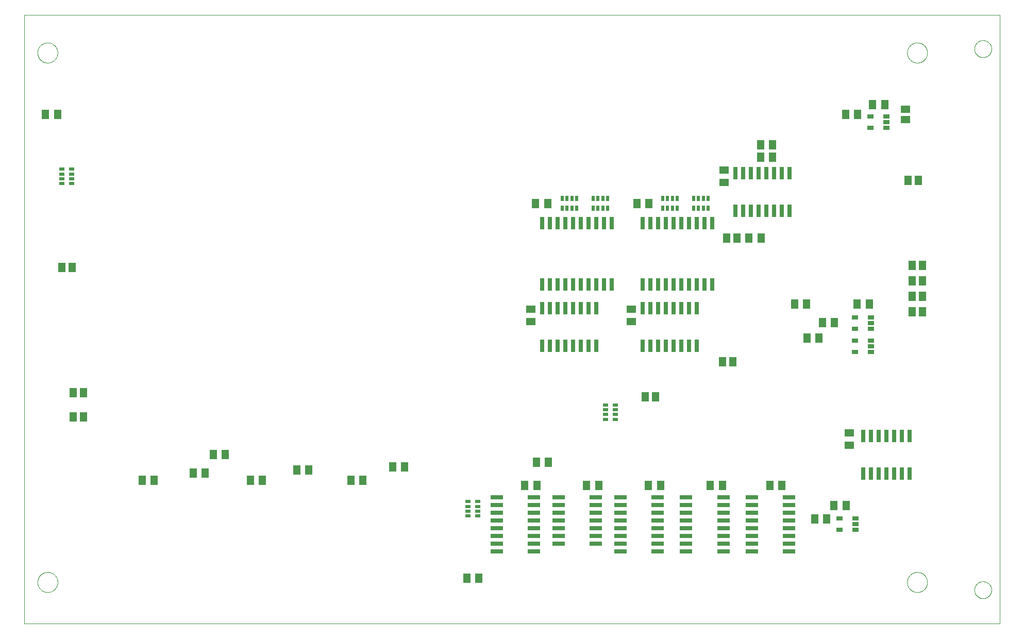
<source format=gtp>
G75*
%MOIN*%
%OFA0B0*%
%FSLAX25Y25*%
%IPPOS*%
%LPD*%
%AMOC8*
5,1,8,0,0,1.08239X$1,22.5*
%
%ADD10R,0.05118X0.05906*%
%ADD11R,0.05906X0.05118*%
%ADD12R,0.03898X0.02717*%
%ADD13R,0.05118X0.06299*%
%ADD14R,0.03543X0.01969*%
%ADD15R,0.02600X0.08000*%
%ADD16R,0.06299X0.05118*%
%ADD17R,0.01969X0.03543*%
%ADD18R,0.08000X0.02600*%
%ADD19C,0.00000*%
D10*
X0079987Y0208100D03*
X0086680Y0208100D03*
X0086680Y0223600D03*
X0079987Y0223600D03*
X0079180Y0304600D03*
X0072487Y0304600D03*
X0449987Y0221100D03*
X0456680Y0221100D03*
X0499987Y0243600D03*
X0506680Y0243600D03*
X0554593Y0259100D03*
X0562073Y0259100D03*
X0622487Y0276100D03*
X0629180Y0276100D03*
X0629180Y0286100D03*
X0622487Y0286100D03*
X0622487Y0296100D03*
X0629180Y0296100D03*
X0629180Y0306100D03*
X0622487Y0306100D03*
X0619987Y0361100D03*
X0626680Y0361100D03*
X0587073Y0403600D03*
X0579593Y0403600D03*
X0532073Y0384100D03*
X0524593Y0384100D03*
X0524593Y0376100D03*
X0532073Y0376100D03*
X0509180Y0323600D03*
X0502487Y0323600D03*
X0559593Y0142100D03*
X0567073Y0142100D03*
D11*
X0618333Y0400254D03*
X0618333Y0406946D03*
D12*
X0605912Y0402340D03*
X0605912Y0398600D03*
X0605912Y0394860D03*
X0595715Y0394860D03*
X0595715Y0402340D03*
X0595912Y0272340D03*
X0595912Y0268600D03*
X0595912Y0264860D03*
X0595912Y0257340D03*
X0595912Y0253600D03*
X0595912Y0249860D03*
X0585715Y0249860D03*
X0585715Y0257340D03*
X0585715Y0264860D03*
X0585715Y0272340D03*
X0585912Y0142340D03*
X0585912Y0138600D03*
X0585912Y0134860D03*
X0575715Y0134860D03*
X0575715Y0142340D03*
D13*
X0571896Y0150600D03*
X0579770Y0150600D03*
X0538270Y0163600D03*
X0530396Y0163600D03*
X0499770Y0163600D03*
X0491896Y0163600D03*
X0459770Y0163600D03*
X0451896Y0163600D03*
X0419770Y0163600D03*
X0411896Y0163600D03*
X0387270Y0178600D03*
X0379396Y0178600D03*
X0379770Y0163600D03*
X0371896Y0163600D03*
X0342270Y0103600D03*
X0334396Y0103600D03*
X0267270Y0167100D03*
X0259396Y0167100D03*
X0232270Y0173600D03*
X0224396Y0173600D03*
X0202270Y0167100D03*
X0194396Y0167100D03*
X0178270Y0183600D03*
X0170396Y0183600D03*
X0165270Y0171600D03*
X0157396Y0171600D03*
X0132270Y0167100D03*
X0124396Y0167100D03*
X0286396Y0175600D03*
X0294270Y0175600D03*
X0378896Y0346100D03*
X0386770Y0346100D03*
X0444396Y0346100D03*
X0452270Y0346100D03*
X0516896Y0323600D03*
X0524770Y0323600D03*
X0546396Y0281100D03*
X0554270Y0281100D03*
X0564396Y0269100D03*
X0572270Y0269100D03*
X0586896Y0281100D03*
X0594770Y0281100D03*
X0596896Y0410100D03*
X0604770Y0410100D03*
X0069770Y0403600D03*
X0061896Y0403600D03*
D14*
X0072684Y0368324D03*
X0072684Y0365175D03*
X0072684Y0362025D03*
X0072684Y0358876D03*
X0078983Y0358876D03*
X0078983Y0362025D03*
X0078983Y0365175D03*
X0078983Y0368324D03*
X0335184Y0153324D03*
X0335184Y0150175D03*
X0335184Y0147025D03*
X0335184Y0143876D03*
X0341483Y0143876D03*
X0341483Y0147025D03*
X0341483Y0150175D03*
X0341483Y0153324D03*
X0424184Y0206376D03*
X0424184Y0209525D03*
X0424184Y0212675D03*
X0424184Y0215824D03*
X0430483Y0215824D03*
X0430483Y0212675D03*
X0430483Y0209525D03*
X0430483Y0206376D03*
D15*
X0418333Y0254000D03*
X0413333Y0254000D03*
X0408333Y0254000D03*
X0403333Y0254000D03*
X0398333Y0254000D03*
X0393333Y0254000D03*
X0388333Y0254000D03*
X0383333Y0254000D03*
X0383333Y0278200D03*
X0388333Y0278200D03*
X0393333Y0278200D03*
X0398333Y0278200D03*
X0403333Y0278200D03*
X0408333Y0278200D03*
X0413333Y0278200D03*
X0418333Y0278200D03*
X0418333Y0293800D03*
X0413333Y0293800D03*
X0408333Y0293800D03*
X0403333Y0293800D03*
X0398333Y0293800D03*
X0393333Y0293800D03*
X0388333Y0293800D03*
X0383333Y0293800D03*
X0423333Y0293800D03*
X0428333Y0293800D03*
X0448333Y0293800D03*
X0453333Y0293800D03*
X0458333Y0293800D03*
X0463333Y0293800D03*
X0468333Y0293800D03*
X0473333Y0293800D03*
X0478333Y0293800D03*
X0483333Y0293800D03*
X0488333Y0293800D03*
X0493333Y0293800D03*
X0483333Y0278200D03*
X0478333Y0278200D03*
X0473333Y0278200D03*
X0468333Y0278200D03*
X0463333Y0278200D03*
X0458333Y0278200D03*
X0453333Y0278200D03*
X0448333Y0278200D03*
X0448333Y0254000D03*
X0453333Y0254000D03*
X0458333Y0254000D03*
X0463333Y0254000D03*
X0468333Y0254000D03*
X0473333Y0254000D03*
X0478333Y0254000D03*
X0483333Y0254000D03*
X0483333Y0333400D03*
X0478333Y0333400D03*
X0473333Y0333400D03*
X0468333Y0333400D03*
X0463333Y0333400D03*
X0458333Y0333400D03*
X0453333Y0333400D03*
X0448333Y0333400D03*
X0428333Y0333400D03*
X0423333Y0333400D03*
X0418333Y0333400D03*
X0413333Y0333400D03*
X0408333Y0333400D03*
X0403333Y0333400D03*
X0398333Y0333400D03*
X0393333Y0333400D03*
X0388333Y0333400D03*
X0383333Y0333400D03*
X0488333Y0333400D03*
X0493333Y0333400D03*
X0508333Y0341500D03*
X0513333Y0341500D03*
X0518333Y0341500D03*
X0523333Y0341500D03*
X0528333Y0341500D03*
X0533333Y0341500D03*
X0538333Y0341500D03*
X0543333Y0341500D03*
X0543333Y0365700D03*
X0538333Y0365700D03*
X0533333Y0365700D03*
X0528333Y0365700D03*
X0523333Y0365700D03*
X0518333Y0365700D03*
X0513333Y0365700D03*
X0508333Y0365700D03*
X0590833Y0195700D03*
X0595833Y0195700D03*
X0600833Y0195700D03*
X0605833Y0195700D03*
X0610833Y0195700D03*
X0615833Y0195700D03*
X0620833Y0195700D03*
X0620833Y0171500D03*
X0615833Y0171500D03*
X0610833Y0171500D03*
X0605833Y0171500D03*
X0600833Y0171500D03*
X0595833Y0171500D03*
X0590833Y0171500D03*
D16*
X0581833Y0189663D03*
X0581833Y0197537D03*
X0440833Y0269663D03*
X0440833Y0277537D03*
X0375833Y0277537D03*
X0375833Y0269663D03*
X0500833Y0359663D03*
X0500833Y0367537D03*
D17*
X0490558Y0349250D03*
X0487408Y0349250D03*
X0484259Y0349250D03*
X0481109Y0349250D03*
X0481109Y0342950D03*
X0484259Y0342950D03*
X0487408Y0342950D03*
X0490558Y0342950D03*
X0470558Y0342950D03*
X0467408Y0342950D03*
X0464259Y0342950D03*
X0461109Y0342950D03*
X0461109Y0349250D03*
X0464259Y0349250D03*
X0467408Y0349250D03*
X0470558Y0349250D03*
X0425558Y0349250D03*
X0422408Y0349250D03*
X0419259Y0349250D03*
X0416109Y0349250D03*
X0416109Y0342950D03*
X0419259Y0342950D03*
X0422408Y0342950D03*
X0425558Y0342950D03*
X0405558Y0342950D03*
X0402408Y0342950D03*
X0399259Y0342950D03*
X0396109Y0342950D03*
X0396109Y0349250D03*
X0399259Y0349250D03*
X0402408Y0349250D03*
X0405558Y0349250D03*
D18*
X0393733Y0156100D03*
X0393733Y0151100D03*
X0393733Y0146100D03*
X0393733Y0141100D03*
X0393733Y0136100D03*
X0393733Y0131100D03*
X0393733Y0126100D03*
X0377933Y0126100D03*
X0377933Y0121100D03*
X0377933Y0131100D03*
X0377933Y0136100D03*
X0377933Y0141100D03*
X0377933Y0146100D03*
X0377933Y0151100D03*
X0377933Y0156100D03*
X0353733Y0156100D03*
X0353733Y0151100D03*
X0353733Y0146100D03*
X0353733Y0141100D03*
X0353733Y0136100D03*
X0353733Y0131100D03*
X0353733Y0126100D03*
X0353733Y0121100D03*
X0417933Y0126100D03*
X0417933Y0131100D03*
X0417933Y0136100D03*
X0417933Y0141100D03*
X0417933Y0146100D03*
X0417933Y0151100D03*
X0417933Y0156100D03*
X0433733Y0156100D03*
X0433733Y0151100D03*
X0433733Y0146100D03*
X0433733Y0141100D03*
X0433733Y0136100D03*
X0433733Y0131100D03*
X0433733Y0126100D03*
X0433733Y0121100D03*
X0457933Y0121100D03*
X0457933Y0126100D03*
X0457933Y0131100D03*
X0457933Y0136100D03*
X0457933Y0141100D03*
X0457933Y0146100D03*
X0457933Y0151100D03*
X0457933Y0156100D03*
X0476233Y0156100D03*
X0476233Y0151100D03*
X0476233Y0146100D03*
X0476233Y0141100D03*
X0476233Y0136100D03*
X0476233Y0131100D03*
X0476233Y0126100D03*
X0476233Y0121100D03*
X0500433Y0121100D03*
X0500433Y0126100D03*
X0500433Y0131100D03*
X0500433Y0136100D03*
X0500433Y0141100D03*
X0500433Y0146100D03*
X0500433Y0151100D03*
X0500433Y0156100D03*
X0518733Y0156100D03*
X0518733Y0151100D03*
X0518733Y0146100D03*
X0518733Y0141100D03*
X0518733Y0136100D03*
X0518733Y0131100D03*
X0518733Y0126100D03*
X0518733Y0121100D03*
X0542933Y0121100D03*
X0542933Y0126100D03*
X0542933Y0131100D03*
X0542933Y0136100D03*
X0542933Y0141100D03*
X0542933Y0146100D03*
X0542933Y0151100D03*
X0542933Y0156100D03*
D19*
X0048333Y0074200D02*
X0048333Y0468000D01*
X0679333Y0468000D01*
X0679333Y0074200D01*
X0048333Y0074200D01*
X0056833Y0101100D02*
X0056835Y0101261D01*
X0056841Y0101421D01*
X0056851Y0101582D01*
X0056865Y0101742D01*
X0056883Y0101902D01*
X0056904Y0102061D01*
X0056930Y0102220D01*
X0056960Y0102378D01*
X0056993Y0102535D01*
X0057031Y0102692D01*
X0057072Y0102847D01*
X0057117Y0103001D01*
X0057166Y0103154D01*
X0057219Y0103306D01*
X0057275Y0103457D01*
X0057336Y0103606D01*
X0057399Y0103754D01*
X0057467Y0103900D01*
X0057538Y0104044D01*
X0057612Y0104186D01*
X0057690Y0104327D01*
X0057772Y0104465D01*
X0057857Y0104602D01*
X0057945Y0104736D01*
X0058037Y0104868D01*
X0058132Y0104998D01*
X0058230Y0105126D01*
X0058331Y0105251D01*
X0058435Y0105373D01*
X0058542Y0105493D01*
X0058652Y0105610D01*
X0058765Y0105725D01*
X0058881Y0105836D01*
X0059000Y0105945D01*
X0059121Y0106050D01*
X0059245Y0106153D01*
X0059371Y0106253D01*
X0059499Y0106349D01*
X0059630Y0106442D01*
X0059764Y0106532D01*
X0059899Y0106619D01*
X0060037Y0106702D01*
X0060176Y0106782D01*
X0060318Y0106858D01*
X0060461Y0106931D01*
X0060606Y0107000D01*
X0060753Y0107066D01*
X0060901Y0107128D01*
X0061051Y0107186D01*
X0061202Y0107241D01*
X0061355Y0107292D01*
X0061509Y0107339D01*
X0061664Y0107382D01*
X0061820Y0107421D01*
X0061976Y0107457D01*
X0062134Y0107488D01*
X0062292Y0107516D01*
X0062451Y0107540D01*
X0062611Y0107560D01*
X0062771Y0107576D01*
X0062931Y0107588D01*
X0063092Y0107596D01*
X0063253Y0107600D01*
X0063413Y0107600D01*
X0063574Y0107596D01*
X0063735Y0107588D01*
X0063895Y0107576D01*
X0064055Y0107560D01*
X0064215Y0107540D01*
X0064374Y0107516D01*
X0064532Y0107488D01*
X0064690Y0107457D01*
X0064846Y0107421D01*
X0065002Y0107382D01*
X0065157Y0107339D01*
X0065311Y0107292D01*
X0065464Y0107241D01*
X0065615Y0107186D01*
X0065765Y0107128D01*
X0065913Y0107066D01*
X0066060Y0107000D01*
X0066205Y0106931D01*
X0066348Y0106858D01*
X0066490Y0106782D01*
X0066629Y0106702D01*
X0066767Y0106619D01*
X0066902Y0106532D01*
X0067036Y0106442D01*
X0067167Y0106349D01*
X0067295Y0106253D01*
X0067421Y0106153D01*
X0067545Y0106050D01*
X0067666Y0105945D01*
X0067785Y0105836D01*
X0067901Y0105725D01*
X0068014Y0105610D01*
X0068124Y0105493D01*
X0068231Y0105373D01*
X0068335Y0105251D01*
X0068436Y0105126D01*
X0068534Y0104998D01*
X0068629Y0104868D01*
X0068721Y0104736D01*
X0068809Y0104602D01*
X0068894Y0104465D01*
X0068976Y0104327D01*
X0069054Y0104186D01*
X0069128Y0104044D01*
X0069199Y0103900D01*
X0069267Y0103754D01*
X0069330Y0103606D01*
X0069391Y0103457D01*
X0069447Y0103306D01*
X0069500Y0103154D01*
X0069549Y0103001D01*
X0069594Y0102847D01*
X0069635Y0102692D01*
X0069673Y0102535D01*
X0069706Y0102378D01*
X0069736Y0102220D01*
X0069762Y0102061D01*
X0069783Y0101902D01*
X0069801Y0101742D01*
X0069815Y0101582D01*
X0069825Y0101421D01*
X0069831Y0101261D01*
X0069833Y0101100D01*
X0069831Y0100939D01*
X0069825Y0100779D01*
X0069815Y0100618D01*
X0069801Y0100458D01*
X0069783Y0100298D01*
X0069762Y0100139D01*
X0069736Y0099980D01*
X0069706Y0099822D01*
X0069673Y0099665D01*
X0069635Y0099508D01*
X0069594Y0099353D01*
X0069549Y0099199D01*
X0069500Y0099046D01*
X0069447Y0098894D01*
X0069391Y0098743D01*
X0069330Y0098594D01*
X0069267Y0098446D01*
X0069199Y0098300D01*
X0069128Y0098156D01*
X0069054Y0098014D01*
X0068976Y0097873D01*
X0068894Y0097735D01*
X0068809Y0097598D01*
X0068721Y0097464D01*
X0068629Y0097332D01*
X0068534Y0097202D01*
X0068436Y0097074D01*
X0068335Y0096949D01*
X0068231Y0096827D01*
X0068124Y0096707D01*
X0068014Y0096590D01*
X0067901Y0096475D01*
X0067785Y0096364D01*
X0067666Y0096255D01*
X0067545Y0096150D01*
X0067421Y0096047D01*
X0067295Y0095947D01*
X0067167Y0095851D01*
X0067036Y0095758D01*
X0066902Y0095668D01*
X0066767Y0095581D01*
X0066629Y0095498D01*
X0066490Y0095418D01*
X0066348Y0095342D01*
X0066205Y0095269D01*
X0066060Y0095200D01*
X0065913Y0095134D01*
X0065765Y0095072D01*
X0065615Y0095014D01*
X0065464Y0094959D01*
X0065311Y0094908D01*
X0065157Y0094861D01*
X0065002Y0094818D01*
X0064846Y0094779D01*
X0064690Y0094743D01*
X0064532Y0094712D01*
X0064374Y0094684D01*
X0064215Y0094660D01*
X0064055Y0094640D01*
X0063895Y0094624D01*
X0063735Y0094612D01*
X0063574Y0094604D01*
X0063413Y0094600D01*
X0063253Y0094600D01*
X0063092Y0094604D01*
X0062931Y0094612D01*
X0062771Y0094624D01*
X0062611Y0094640D01*
X0062451Y0094660D01*
X0062292Y0094684D01*
X0062134Y0094712D01*
X0061976Y0094743D01*
X0061820Y0094779D01*
X0061664Y0094818D01*
X0061509Y0094861D01*
X0061355Y0094908D01*
X0061202Y0094959D01*
X0061051Y0095014D01*
X0060901Y0095072D01*
X0060753Y0095134D01*
X0060606Y0095200D01*
X0060461Y0095269D01*
X0060318Y0095342D01*
X0060176Y0095418D01*
X0060037Y0095498D01*
X0059899Y0095581D01*
X0059764Y0095668D01*
X0059630Y0095758D01*
X0059499Y0095851D01*
X0059371Y0095947D01*
X0059245Y0096047D01*
X0059121Y0096150D01*
X0059000Y0096255D01*
X0058881Y0096364D01*
X0058765Y0096475D01*
X0058652Y0096590D01*
X0058542Y0096707D01*
X0058435Y0096827D01*
X0058331Y0096949D01*
X0058230Y0097074D01*
X0058132Y0097202D01*
X0058037Y0097332D01*
X0057945Y0097464D01*
X0057857Y0097598D01*
X0057772Y0097735D01*
X0057690Y0097873D01*
X0057612Y0098014D01*
X0057538Y0098156D01*
X0057467Y0098300D01*
X0057399Y0098446D01*
X0057336Y0098594D01*
X0057275Y0098743D01*
X0057219Y0098894D01*
X0057166Y0099046D01*
X0057117Y0099199D01*
X0057072Y0099353D01*
X0057031Y0099508D01*
X0056993Y0099665D01*
X0056960Y0099822D01*
X0056930Y0099980D01*
X0056904Y0100139D01*
X0056883Y0100298D01*
X0056865Y0100458D01*
X0056851Y0100618D01*
X0056841Y0100779D01*
X0056835Y0100939D01*
X0056833Y0101100D01*
X0056833Y0443600D02*
X0056835Y0443761D01*
X0056841Y0443921D01*
X0056851Y0444082D01*
X0056865Y0444242D01*
X0056883Y0444402D01*
X0056904Y0444561D01*
X0056930Y0444720D01*
X0056960Y0444878D01*
X0056993Y0445035D01*
X0057031Y0445192D01*
X0057072Y0445347D01*
X0057117Y0445501D01*
X0057166Y0445654D01*
X0057219Y0445806D01*
X0057275Y0445957D01*
X0057336Y0446106D01*
X0057399Y0446254D01*
X0057467Y0446400D01*
X0057538Y0446544D01*
X0057612Y0446686D01*
X0057690Y0446827D01*
X0057772Y0446965D01*
X0057857Y0447102D01*
X0057945Y0447236D01*
X0058037Y0447368D01*
X0058132Y0447498D01*
X0058230Y0447626D01*
X0058331Y0447751D01*
X0058435Y0447873D01*
X0058542Y0447993D01*
X0058652Y0448110D01*
X0058765Y0448225D01*
X0058881Y0448336D01*
X0059000Y0448445D01*
X0059121Y0448550D01*
X0059245Y0448653D01*
X0059371Y0448753D01*
X0059499Y0448849D01*
X0059630Y0448942D01*
X0059764Y0449032D01*
X0059899Y0449119D01*
X0060037Y0449202D01*
X0060176Y0449282D01*
X0060318Y0449358D01*
X0060461Y0449431D01*
X0060606Y0449500D01*
X0060753Y0449566D01*
X0060901Y0449628D01*
X0061051Y0449686D01*
X0061202Y0449741D01*
X0061355Y0449792D01*
X0061509Y0449839D01*
X0061664Y0449882D01*
X0061820Y0449921D01*
X0061976Y0449957D01*
X0062134Y0449988D01*
X0062292Y0450016D01*
X0062451Y0450040D01*
X0062611Y0450060D01*
X0062771Y0450076D01*
X0062931Y0450088D01*
X0063092Y0450096D01*
X0063253Y0450100D01*
X0063413Y0450100D01*
X0063574Y0450096D01*
X0063735Y0450088D01*
X0063895Y0450076D01*
X0064055Y0450060D01*
X0064215Y0450040D01*
X0064374Y0450016D01*
X0064532Y0449988D01*
X0064690Y0449957D01*
X0064846Y0449921D01*
X0065002Y0449882D01*
X0065157Y0449839D01*
X0065311Y0449792D01*
X0065464Y0449741D01*
X0065615Y0449686D01*
X0065765Y0449628D01*
X0065913Y0449566D01*
X0066060Y0449500D01*
X0066205Y0449431D01*
X0066348Y0449358D01*
X0066490Y0449282D01*
X0066629Y0449202D01*
X0066767Y0449119D01*
X0066902Y0449032D01*
X0067036Y0448942D01*
X0067167Y0448849D01*
X0067295Y0448753D01*
X0067421Y0448653D01*
X0067545Y0448550D01*
X0067666Y0448445D01*
X0067785Y0448336D01*
X0067901Y0448225D01*
X0068014Y0448110D01*
X0068124Y0447993D01*
X0068231Y0447873D01*
X0068335Y0447751D01*
X0068436Y0447626D01*
X0068534Y0447498D01*
X0068629Y0447368D01*
X0068721Y0447236D01*
X0068809Y0447102D01*
X0068894Y0446965D01*
X0068976Y0446827D01*
X0069054Y0446686D01*
X0069128Y0446544D01*
X0069199Y0446400D01*
X0069267Y0446254D01*
X0069330Y0446106D01*
X0069391Y0445957D01*
X0069447Y0445806D01*
X0069500Y0445654D01*
X0069549Y0445501D01*
X0069594Y0445347D01*
X0069635Y0445192D01*
X0069673Y0445035D01*
X0069706Y0444878D01*
X0069736Y0444720D01*
X0069762Y0444561D01*
X0069783Y0444402D01*
X0069801Y0444242D01*
X0069815Y0444082D01*
X0069825Y0443921D01*
X0069831Y0443761D01*
X0069833Y0443600D01*
X0069831Y0443439D01*
X0069825Y0443279D01*
X0069815Y0443118D01*
X0069801Y0442958D01*
X0069783Y0442798D01*
X0069762Y0442639D01*
X0069736Y0442480D01*
X0069706Y0442322D01*
X0069673Y0442165D01*
X0069635Y0442008D01*
X0069594Y0441853D01*
X0069549Y0441699D01*
X0069500Y0441546D01*
X0069447Y0441394D01*
X0069391Y0441243D01*
X0069330Y0441094D01*
X0069267Y0440946D01*
X0069199Y0440800D01*
X0069128Y0440656D01*
X0069054Y0440514D01*
X0068976Y0440373D01*
X0068894Y0440235D01*
X0068809Y0440098D01*
X0068721Y0439964D01*
X0068629Y0439832D01*
X0068534Y0439702D01*
X0068436Y0439574D01*
X0068335Y0439449D01*
X0068231Y0439327D01*
X0068124Y0439207D01*
X0068014Y0439090D01*
X0067901Y0438975D01*
X0067785Y0438864D01*
X0067666Y0438755D01*
X0067545Y0438650D01*
X0067421Y0438547D01*
X0067295Y0438447D01*
X0067167Y0438351D01*
X0067036Y0438258D01*
X0066902Y0438168D01*
X0066767Y0438081D01*
X0066629Y0437998D01*
X0066490Y0437918D01*
X0066348Y0437842D01*
X0066205Y0437769D01*
X0066060Y0437700D01*
X0065913Y0437634D01*
X0065765Y0437572D01*
X0065615Y0437514D01*
X0065464Y0437459D01*
X0065311Y0437408D01*
X0065157Y0437361D01*
X0065002Y0437318D01*
X0064846Y0437279D01*
X0064690Y0437243D01*
X0064532Y0437212D01*
X0064374Y0437184D01*
X0064215Y0437160D01*
X0064055Y0437140D01*
X0063895Y0437124D01*
X0063735Y0437112D01*
X0063574Y0437104D01*
X0063413Y0437100D01*
X0063253Y0437100D01*
X0063092Y0437104D01*
X0062931Y0437112D01*
X0062771Y0437124D01*
X0062611Y0437140D01*
X0062451Y0437160D01*
X0062292Y0437184D01*
X0062134Y0437212D01*
X0061976Y0437243D01*
X0061820Y0437279D01*
X0061664Y0437318D01*
X0061509Y0437361D01*
X0061355Y0437408D01*
X0061202Y0437459D01*
X0061051Y0437514D01*
X0060901Y0437572D01*
X0060753Y0437634D01*
X0060606Y0437700D01*
X0060461Y0437769D01*
X0060318Y0437842D01*
X0060176Y0437918D01*
X0060037Y0437998D01*
X0059899Y0438081D01*
X0059764Y0438168D01*
X0059630Y0438258D01*
X0059499Y0438351D01*
X0059371Y0438447D01*
X0059245Y0438547D01*
X0059121Y0438650D01*
X0059000Y0438755D01*
X0058881Y0438864D01*
X0058765Y0438975D01*
X0058652Y0439090D01*
X0058542Y0439207D01*
X0058435Y0439327D01*
X0058331Y0439449D01*
X0058230Y0439574D01*
X0058132Y0439702D01*
X0058037Y0439832D01*
X0057945Y0439964D01*
X0057857Y0440098D01*
X0057772Y0440235D01*
X0057690Y0440373D01*
X0057612Y0440514D01*
X0057538Y0440656D01*
X0057467Y0440800D01*
X0057399Y0440946D01*
X0057336Y0441094D01*
X0057275Y0441243D01*
X0057219Y0441394D01*
X0057166Y0441546D01*
X0057117Y0441699D01*
X0057072Y0441853D01*
X0057031Y0442008D01*
X0056993Y0442165D01*
X0056960Y0442322D01*
X0056930Y0442480D01*
X0056904Y0442639D01*
X0056883Y0442798D01*
X0056865Y0442958D01*
X0056851Y0443118D01*
X0056841Y0443279D01*
X0056835Y0443439D01*
X0056833Y0443600D01*
X0619333Y0443600D02*
X0619335Y0443761D01*
X0619341Y0443921D01*
X0619351Y0444082D01*
X0619365Y0444242D01*
X0619383Y0444402D01*
X0619404Y0444561D01*
X0619430Y0444720D01*
X0619460Y0444878D01*
X0619493Y0445035D01*
X0619531Y0445192D01*
X0619572Y0445347D01*
X0619617Y0445501D01*
X0619666Y0445654D01*
X0619719Y0445806D01*
X0619775Y0445957D01*
X0619836Y0446106D01*
X0619899Y0446254D01*
X0619967Y0446400D01*
X0620038Y0446544D01*
X0620112Y0446686D01*
X0620190Y0446827D01*
X0620272Y0446965D01*
X0620357Y0447102D01*
X0620445Y0447236D01*
X0620537Y0447368D01*
X0620632Y0447498D01*
X0620730Y0447626D01*
X0620831Y0447751D01*
X0620935Y0447873D01*
X0621042Y0447993D01*
X0621152Y0448110D01*
X0621265Y0448225D01*
X0621381Y0448336D01*
X0621500Y0448445D01*
X0621621Y0448550D01*
X0621745Y0448653D01*
X0621871Y0448753D01*
X0621999Y0448849D01*
X0622130Y0448942D01*
X0622264Y0449032D01*
X0622399Y0449119D01*
X0622537Y0449202D01*
X0622676Y0449282D01*
X0622818Y0449358D01*
X0622961Y0449431D01*
X0623106Y0449500D01*
X0623253Y0449566D01*
X0623401Y0449628D01*
X0623551Y0449686D01*
X0623702Y0449741D01*
X0623855Y0449792D01*
X0624009Y0449839D01*
X0624164Y0449882D01*
X0624320Y0449921D01*
X0624476Y0449957D01*
X0624634Y0449988D01*
X0624792Y0450016D01*
X0624951Y0450040D01*
X0625111Y0450060D01*
X0625271Y0450076D01*
X0625431Y0450088D01*
X0625592Y0450096D01*
X0625753Y0450100D01*
X0625913Y0450100D01*
X0626074Y0450096D01*
X0626235Y0450088D01*
X0626395Y0450076D01*
X0626555Y0450060D01*
X0626715Y0450040D01*
X0626874Y0450016D01*
X0627032Y0449988D01*
X0627190Y0449957D01*
X0627346Y0449921D01*
X0627502Y0449882D01*
X0627657Y0449839D01*
X0627811Y0449792D01*
X0627964Y0449741D01*
X0628115Y0449686D01*
X0628265Y0449628D01*
X0628413Y0449566D01*
X0628560Y0449500D01*
X0628705Y0449431D01*
X0628848Y0449358D01*
X0628990Y0449282D01*
X0629129Y0449202D01*
X0629267Y0449119D01*
X0629402Y0449032D01*
X0629536Y0448942D01*
X0629667Y0448849D01*
X0629795Y0448753D01*
X0629921Y0448653D01*
X0630045Y0448550D01*
X0630166Y0448445D01*
X0630285Y0448336D01*
X0630401Y0448225D01*
X0630514Y0448110D01*
X0630624Y0447993D01*
X0630731Y0447873D01*
X0630835Y0447751D01*
X0630936Y0447626D01*
X0631034Y0447498D01*
X0631129Y0447368D01*
X0631221Y0447236D01*
X0631309Y0447102D01*
X0631394Y0446965D01*
X0631476Y0446827D01*
X0631554Y0446686D01*
X0631628Y0446544D01*
X0631699Y0446400D01*
X0631767Y0446254D01*
X0631830Y0446106D01*
X0631891Y0445957D01*
X0631947Y0445806D01*
X0632000Y0445654D01*
X0632049Y0445501D01*
X0632094Y0445347D01*
X0632135Y0445192D01*
X0632173Y0445035D01*
X0632206Y0444878D01*
X0632236Y0444720D01*
X0632262Y0444561D01*
X0632283Y0444402D01*
X0632301Y0444242D01*
X0632315Y0444082D01*
X0632325Y0443921D01*
X0632331Y0443761D01*
X0632333Y0443600D01*
X0632331Y0443439D01*
X0632325Y0443279D01*
X0632315Y0443118D01*
X0632301Y0442958D01*
X0632283Y0442798D01*
X0632262Y0442639D01*
X0632236Y0442480D01*
X0632206Y0442322D01*
X0632173Y0442165D01*
X0632135Y0442008D01*
X0632094Y0441853D01*
X0632049Y0441699D01*
X0632000Y0441546D01*
X0631947Y0441394D01*
X0631891Y0441243D01*
X0631830Y0441094D01*
X0631767Y0440946D01*
X0631699Y0440800D01*
X0631628Y0440656D01*
X0631554Y0440514D01*
X0631476Y0440373D01*
X0631394Y0440235D01*
X0631309Y0440098D01*
X0631221Y0439964D01*
X0631129Y0439832D01*
X0631034Y0439702D01*
X0630936Y0439574D01*
X0630835Y0439449D01*
X0630731Y0439327D01*
X0630624Y0439207D01*
X0630514Y0439090D01*
X0630401Y0438975D01*
X0630285Y0438864D01*
X0630166Y0438755D01*
X0630045Y0438650D01*
X0629921Y0438547D01*
X0629795Y0438447D01*
X0629667Y0438351D01*
X0629536Y0438258D01*
X0629402Y0438168D01*
X0629267Y0438081D01*
X0629129Y0437998D01*
X0628990Y0437918D01*
X0628848Y0437842D01*
X0628705Y0437769D01*
X0628560Y0437700D01*
X0628413Y0437634D01*
X0628265Y0437572D01*
X0628115Y0437514D01*
X0627964Y0437459D01*
X0627811Y0437408D01*
X0627657Y0437361D01*
X0627502Y0437318D01*
X0627346Y0437279D01*
X0627190Y0437243D01*
X0627032Y0437212D01*
X0626874Y0437184D01*
X0626715Y0437160D01*
X0626555Y0437140D01*
X0626395Y0437124D01*
X0626235Y0437112D01*
X0626074Y0437104D01*
X0625913Y0437100D01*
X0625753Y0437100D01*
X0625592Y0437104D01*
X0625431Y0437112D01*
X0625271Y0437124D01*
X0625111Y0437140D01*
X0624951Y0437160D01*
X0624792Y0437184D01*
X0624634Y0437212D01*
X0624476Y0437243D01*
X0624320Y0437279D01*
X0624164Y0437318D01*
X0624009Y0437361D01*
X0623855Y0437408D01*
X0623702Y0437459D01*
X0623551Y0437514D01*
X0623401Y0437572D01*
X0623253Y0437634D01*
X0623106Y0437700D01*
X0622961Y0437769D01*
X0622818Y0437842D01*
X0622676Y0437918D01*
X0622537Y0437998D01*
X0622399Y0438081D01*
X0622264Y0438168D01*
X0622130Y0438258D01*
X0621999Y0438351D01*
X0621871Y0438447D01*
X0621745Y0438547D01*
X0621621Y0438650D01*
X0621500Y0438755D01*
X0621381Y0438864D01*
X0621265Y0438975D01*
X0621152Y0439090D01*
X0621042Y0439207D01*
X0620935Y0439327D01*
X0620831Y0439449D01*
X0620730Y0439574D01*
X0620632Y0439702D01*
X0620537Y0439832D01*
X0620445Y0439964D01*
X0620357Y0440098D01*
X0620272Y0440235D01*
X0620190Y0440373D01*
X0620112Y0440514D01*
X0620038Y0440656D01*
X0619967Y0440800D01*
X0619899Y0440946D01*
X0619836Y0441094D01*
X0619775Y0441243D01*
X0619719Y0441394D01*
X0619666Y0441546D01*
X0619617Y0441699D01*
X0619572Y0441853D01*
X0619531Y0442008D01*
X0619493Y0442165D01*
X0619460Y0442322D01*
X0619430Y0442480D01*
X0619404Y0442639D01*
X0619383Y0442798D01*
X0619365Y0442958D01*
X0619351Y0443118D01*
X0619341Y0443279D01*
X0619335Y0443439D01*
X0619333Y0443600D01*
X0662833Y0446100D02*
X0662835Y0446248D01*
X0662841Y0446396D01*
X0662851Y0446544D01*
X0662865Y0446692D01*
X0662883Y0446839D01*
X0662905Y0446986D01*
X0662931Y0447132D01*
X0662960Y0447277D01*
X0662994Y0447422D01*
X0663032Y0447565D01*
X0663073Y0447708D01*
X0663118Y0447849D01*
X0663168Y0447989D01*
X0663220Y0448127D01*
X0663277Y0448265D01*
X0663337Y0448400D01*
X0663401Y0448534D01*
X0663468Y0448666D01*
X0663539Y0448796D01*
X0663614Y0448925D01*
X0663692Y0449051D01*
X0663773Y0449175D01*
X0663857Y0449297D01*
X0663945Y0449416D01*
X0664036Y0449533D01*
X0664130Y0449648D01*
X0664228Y0449760D01*
X0664328Y0449869D01*
X0664431Y0449976D01*
X0664537Y0450080D01*
X0664645Y0450181D01*
X0664757Y0450279D01*
X0664871Y0450374D01*
X0664987Y0450465D01*
X0665106Y0450554D01*
X0665227Y0450639D01*
X0665351Y0450721D01*
X0665477Y0450800D01*
X0665604Y0450875D01*
X0665734Y0450947D01*
X0665866Y0451016D01*
X0665999Y0451080D01*
X0666134Y0451141D01*
X0666271Y0451199D01*
X0666409Y0451253D01*
X0666549Y0451303D01*
X0666690Y0451349D01*
X0666832Y0451391D01*
X0666975Y0451430D01*
X0667119Y0451464D01*
X0667265Y0451495D01*
X0667410Y0451522D01*
X0667557Y0451545D01*
X0667704Y0451564D01*
X0667852Y0451579D01*
X0667999Y0451590D01*
X0668148Y0451597D01*
X0668296Y0451600D01*
X0668444Y0451599D01*
X0668592Y0451594D01*
X0668740Y0451585D01*
X0668888Y0451572D01*
X0669036Y0451555D01*
X0669182Y0451534D01*
X0669329Y0451509D01*
X0669474Y0451480D01*
X0669619Y0451448D01*
X0669762Y0451411D01*
X0669905Y0451371D01*
X0670047Y0451326D01*
X0670187Y0451278D01*
X0670326Y0451226D01*
X0670463Y0451171D01*
X0670599Y0451111D01*
X0670734Y0451048D01*
X0670866Y0450982D01*
X0670997Y0450912D01*
X0671126Y0450838D01*
X0671252Y0450761D01*
X0671377Y0450681D01*
X0671499Y0450597D01*
X0671620Y0450510D01*
X0671737Y0450420D01*
X0671853Y0450326D01*
X0671965Y0450230D01*
X0672075Y0450131D01*
X0672183Y0450028D01*
X0672287Y0449923D01*
X0672389Y0449815D01*
X0672487Y0449704D01*
X0672583Y0449591D01*
X0672676Y0449475D01*
X0672765Y0449357D01*
X0672851Y0449236D01*
X0672934Y0449113D01*
X0673014Y0448988D01*
X0673090Y0448861D01*
X0673163Y0448731D01*
X0673232Y0448600D01*
X0673297Y0448467D01*
X0673360Y0448333D01*
X0673418Y0448196D01*
X0673473Y0448058D01*
X0673523Y0447919D01*
X0673571Y0447778D01*
X0673614Y0447637D01*
X0673654Y0447494D01*
X0673689Y0447350D01*
X0673721Y0447205D01*
X0673749Y0447059D01*
X0673773Y0446913D01*
X0673793Y0446766D01*
X0673809Y0446618D01*
X0673821Y0446471D01*
X0673829Y0446322D01*
X0673833Y0446174D01*
X0673833Y0446026D01*
X0673829Y0445878D01*
X0673821Y0445729D01*
X0673809Y0445582D01*
X0673793Y0445434D01*
X0673773Y0445287D01*
X0673749Y0445141D01*
X0673721Y0444995D01*
X0673689Y0444850D01*
X0673654Y0444706D01*
X0673614Y0444563D01*
X0673571Y0444422D01*
X0673523Y0444281D01*
X0673473Y0444142D01*
X0673418Y0444004D01*
X0673360Y0443867D01*
X0673297Y0443733D01*
X0673232Y0443600D01*
X0673163Y0443469D01*
X0673090Y0443339D01*
X0673014Y0443212D01*
X0672934Y0443087D01*
X0672851Y0442964D01*
X0672765Y0442843D01*
X0672676Y0442725D01*
X0672583Y0442609D01*
X0672487Y0442496D01*
X0672389Y0442385D01*
X0672287Y0442277D01*
X0672183Y0442172D01*
X0672075Y0442069D01*
X0671965Y0441970D01*
X0671853Y0441874D01*
X0671737Y0441780D01*
X0671620Y0441690D01*
X0671499Y0441603D01*
X0671377Y0441519D01*
X0671252Y0441439D01*
X0671126Y0441362D01*
X0670997Y0441288D01*
X0670866Y0441218D01*
X0670734Y0441152D01*
X0670599Y0441089D01*
X0670463Y0441029D01*
X0670326Y0440974D01*
X0670187Y0440922D01*
X0670047Y0440874D01*
X0669905Y0440829D01*
X0669762Y0440789D01*
X0669619Y0440752D01*
X0669474Y0440720D01*
X0669329Y0440691D01*
X0669182Y0440666D01*
X0669036Y0440645D01*
X0668888Y0440628D01*
X0668740Y0440615D01*
X0668592Y0440606D01*
X0668444Y0440601D01*
X0668296Y0440600D01*
X0668148Y0440603D01*
X0667999Y0440610D01*
X0667852Y0440621D01*
X0667704Y0440636D01*
X0667557Y0440655D01*
X0667410Y0440678D01*
X0667265Y0440705D01*
X0667119Y0440736D01*
X0666975Y0440770D01*
X0666832Y0440809D01*
X0666690Y0440851D01*
X0666549Y0440897D01*
X0666409Y0440947D01*
X0666271Y0441001D01*
X0666134Y0441059D01*
X0665999Y0441120D01*
X0665866Y0441184D01*
X0665734Y0441253D01*
X0665604Y0441325D01*
X0665477Y0441400D01*
X0665351Y0441479D01*
X0665227Y0441561D01*
X0665106Y0441646D01*
X0664987Y0441735D01*
X0664871Y0441826D01*
X0664757Y0441921D01*
X0664645Y0442019D01*
X0664537Y0442120D01*
X0664431Y0442224D01*
X0664328Y0442331D01*
X0664228Y0442440D01*
X0664130Y0442552D01*
X0664036Y0442667D01*
X0663945Y0442784D01*
X0663857Y0442903D01*
X0663773Y0443025D01*
X0663692Y0443149D01*
X0663614Y0443275D01*
X0663539Y0443404D01*
X0663468Y0443534D01*
X0663401Y0443666D01*
X0663337Y0443800D01*
X0663277Y0443935D01*
X0663220Y0444073D01*
X0663168Y0444211D01*
X0663118Y0444351D01*
X0663073Y0444492D01*
X0663032Y0444635D01*
X0662994Y0444778D01*
X0662960Y0444923D01*
X0662931Y0445068D01*
X0662905Y0445214D01*
X0662883Y0445361D01*
X0662865Y0445508D01*
X0662851Y0445656D01*
X0662841Y0445804D01*
X0662835Y0445952D01*
X0662833Y0446100D01*
X0619333Y0101100D02*
X0619335Y0101261D01*
X0619341Y0101421D01*
X0619351Y0101582D01*
X0619365Y0101742D01*
X0619383Y0101902D01*
X0619404Y0102061D01*
X0619430Y0102220D01*
X0619460Y0102378D01*
X0619493Y0102535D01*
X0619531Y0102692D01*
X0619572Y0102847D01*
X0619617Y0103001D01*
X0619666Y0103154D01*
X0619719Y0103306D01*
X0619775Y0103457D01*
X0619836Y0103606D01*
X0619899Y0103754D01*
X0619967Y0103900D01*
X0620038Y0104044D01*
X0620112Y0104186D01*
X0620190Y0104327D01*
X0620272Y0104465D01*
X0620357Y0104602D01*
X0620445Y0104736D01*
X0620537Y0104868D01*
X0620632Y0104998D01*
X0620730Y0105126D01*
X0620831Y0105251D01*
X0620935Y0105373D01*
X0621042Y0105493D01*
X0621152Y0105610D01*
X0621265Y0105725D01*
X0621381Y0105836D01*
X0621500Y0105945D01*
X0621621Y0106050D01*
X0621745Y0106153D01*
X0621871Y0106253D01*
X0621999Y0106349D01*
X0622130Y0106442D01*
X0622264Y0106532D01*
X0622399Y0106619D01*
X0622537Y0106702D01*
X0622676Y0106782D01*
X0622818Y0106858D01*
X0622961Y0106931D01*
X0623106Y0107000D01*
X0623253Y0107066D01*
X0623401Y0107128D01*
X0623551Y0107186D01*
X0623702Y0107241D01*
X0623855Y0107292D01*
X0624009Y0107339D01*
X0624164Y0107382D01*
X0624320Y0107421D01*
X0624476Y0107457D01*
X0624634Y0107488D01*
X0624792Y0107516D01*
X0624951Y0107540D01*
X0625111Y0107560D01*
X0625271Y0107576D01*
X0625431Y0107588D01*
X0625592Y0107596D01*
X0625753Y0107600D01*
X0625913Y0107600D01*
X0626074Y0107596D01*
X0626235Y0107588D01*
X0626395Y0107576D01*
X0626555Y0107560D01*
X0626715Y0107540D01*
X0626874Y0107516D01*
X0627032Y0107488D01*
X0627190Y0107457D01*
X0627346Y0107421D01*
X0627502Y0107382D01*
X0627657Y0107339D01*
X0627811Y0107292D01*
X0627964Y0107241D01*
X0628115Y0107186D01*
X0628265Y0107128D01*
X0628413Y0107066D01*
X0628560Y0107000D01*
X0628705Y0106931D01*
X0628848Y0106858D01*
X0628990Y0106782D01*
X0629129Y0106702D01*
X0629267Y0106619D01*
X0629402Y0106532D01*
X0629536Y0106442D01*
X0629667Y0106349D01*
X0629795Y0106253D01*
X0629921Y0106153D01*
X0630045Y0106050D01*
X0630166Y0105945D01*
X0630285Y0105836D01*
X0630401Y0105725D01*
X0630514Y0105610D01*
X0630624Y0105493D01*
X0630731Y0105373D01*
X0630835Y0105251D01*
X0630936Y0105126D01*
X0631034Y0104998D01*
X0631129Y0104868D01*
X0631221Y0104736D01*
X0631309Y0104602D01*
X0631394Y0104465D01*
X0631476Y0104327D01*
X0631554Y0104186D01*
X0631628Y0104044D01*
X0631699Y0103900D01*
X0631767Y0103754D01*
X0631830Y0103606D01*
X0631891Y0103457D01*
X0631947Y0103306D01*
X0632000Y0103154D01*
X0632049Y0103001D01*
X0632094Y0102847D01*
X0632135Y0102692D01*
X0632173Y0102535D01*
X0632206Y0102378D01*
X0632236Y0102220D01*
X0632262Y0102061D01*
X0632283Y0101902D01*
X0632301Y0101742D01*
X0632315Y0101582D01*
X0632325Y0101421D01*
X0632331Y0101261D01*
X0632333Y0101100D01*
X0632331Y0100939D01*
X0632325Y0100779D01*
X0632315Y0100618D01*
X0632301Y0100458D01*
X0632283Y0100298D01*
X0632262Y0100139D01*
X0632236Y0099980D01*
X0632206Y0099822D01*
X0632173Y0099665D01*
X0632135Y0099508D01*
X0632094Y0099353D01*
X0632049Y0099199D01*
X0632000Y0099046D01*
X0631947Y0098894D01*
X0631891Y0098743D01*
X0631830Y0098594D01*
X0631767Y0098446D01*
X0631699Y0098300D01*
X0631628Y0098156D01*
X0631554Y0098014D01*
X0631476Y0097873D01*
X0631394Y0097735D01*
X0631309Y0097598D01*
X0631221Y0097464D01*
X0631129Y0097332D01*
X0631034Y0097202D01*
X0630936Y0097074D01*
X0630835Y0096949D01*
X0630731Y0096827D01*
X0630624Y0096707D01*
X0630514Y0096590D01*
X0630401Y0096475D01*
X0630285Y0096364D01*
X0630166Y0096255D01*
X0630045Y0096150D01*
X0629921Y0096047D01*
X0629795Y0095947D01*
X0629667Y0095851D01*
X0629536Y0095758D01*
X0629402Y0095668D01*
X0629267Y0095581D01*
X0629129Y0095498D01*
X0628990Y0095418D01*
X0628848Y0095342D01*
X0628705Y0095269D01*
X0628560Y0095200D01*
X0628413Y0095134D01*
X0628265Y0095072D01*
X0628115Y0095014D01*
X0627964Y0094959D01*
X0627811Y0094908D01*
X0627657Y0094861D01*
X0627502Y0094818D01*
X0627346Y0094779D01*
X0627190Y0094743D01*
X0627032Y0094712D01*
X0626874Y0094684D01*
X0626715Y0094660D01*
X0626555Y0094640D01*
X0626395Y0094624D01*
X0626235Y0094612D01*
X0626074Y0094604D01*
X0625913Y0094600D01*
X0625753Y0094600D01*
X0625592Y0094604D01*
X0625431Y0094612D01*
X0625271Y0094624D01*
X0625111Y0094640D01*
X0624951Y0094660D01*
X0624792Y0094684D01*
X0624634Y0094712D01*
X0624476Y0094743D01*
X0624320Y0094779D01*
X0624164Y0094818D01*
X0624009Y0094861D01*
X0623855Y0094908D01*
X0623702Y0094959D01*
X0623551Y0095014D01*
X0623401Y0095072D01*
X0623253Y0095134D01*
X0623106Y0095200D01*
X0622961Y0095269D01*
X0622818Y0095342D01*
X0622676Y0095418D01*
X0622537Y0095498D01*
X0622399Y0095581D01*
X0622264Y0095668D01*
X0622130Y0095758D01*
X0621999Y0095851D01*
X0621871Y0095947D01*
X0621745Y0096047D01*
X0621621Y0096150D01*
X0621500Y0096255D01*
X0621381Y0096364D01*
X0621265Y0096475D01*
X0621152Y0096590D01*
X0621042Y0096707D01*
X0620935Y0096827D01*
X0620831Y0096949D01*
X0620730Y0097074D01*
X0620632Y0097202D01*
X0620537Y0097332D01*
X0620445Y0097464D01*
X0620357Y0097598D01*
X0620272Y0097735D01*
X0620190Y0097873D01*
X0620112Y0098014D01*
X0620038Y0098156D01*
X0619967Y0098300D01*
X0619899Y0098446D01*
X0619836Y0098594D01*
X0619775Y0098743D01*
X0619719Y0098894D01*
X0619666Y0099046D01*
X0619617Y0099199D01*
X0619572Y0099353D01*
X0619531Y0099508D01*
X0619493Y0099665D01*
X0619460Y0099822D01*
X0619430Y0099980D01*
X0619404Y0100139D01*
X0619383Y0100298D01*
X0619365Y0100458D01*
X0619351Y0100618D01*
X0619341Y0100779D01*
X0619335Y0100939D01*
X0619333Y0101100D01*
X0662833Y0096100D02*
X0662835Y0096248D01*
X0662841Y0096396D01*
X0662851Y0096544D01*
X0662865Y0096692D01*
X0662883Y0096839D01*
X0662905Y0096986D01*
X0662931Y0097132D01*
X0662960Y0097277D01*
X0662994Y0097422D01*
X0663032Y0097565D01*
X0663073Y0097708D01*
X0663118Y0097849D01*
X0663168Y0097989D01*
X0663220Y0098127D01*
X0663277Y0098265D01*
X0663337Y0098400D01*
X0663401Y0098534D01*
X0663468Y0098666D01*
X0663539Y0098796D01*
X0663614Y0098925D01*
X0663692Y0099051D01*
X0663773Y0099175D01*
X0663857Y0099297D01*
X0663945Y0099416D01*
X0664036Y0099533D01*
X0664130Y0099648D01*
X0664228Y0099760D01*
X0664328Y0099869D01*
X0664431Y0099976D01*
X0664537Y0100080D01*
X0664645Y0100181D01*
X0664757Y0100279D01*
X0664871Y0100374D01*
X0664987Y0100465D01*
X0665106Y0100554D01*
X0665227Y0100639D01*
X0665351Y0100721D01*
X0665477Y0100800D01*
X0665604Y0100875D01*
X0665734Y0100947D01*
X0665866Y0101016D01*
X0665999Y0101080D01*
X0666134Y0101141D01*
X0666271Y0101199D01*
X0666409Y0101253D01*
X0666549Y0101303D01*
X0666690Y0101349D01*
X0666832Y0101391D01*
X0666975Y0101430D01*
X0667119Y0101464D01*
X0667265Y0101495D01*
X0667410Y0101522D01*
X0667557Y0101545D01*
X0667704Y0101564D01*
X0667852Y0101579D01*
X0667999Y0101590D01*
X0668148Y0101597D01*
X0668296Y0101600D01*
X0668444Y0101599D01*
X0668592Y0101594D01*
X0668740Y0101585D01*
X0668888Y0101572D01*
X0669036Y0101555D01*
X0669182Y0101534D01*
X0669329Y0101509D01*
X0669474Y0101480D01*
X0669619Y0101448D01*
X0669762Y0101411D01*
X0669905Y0101371D01*
X0670047Y0101326D01*
X0670187Y0101278D01*
X0670326Y0101226D01*
X0670463Y0101171D01*
X0670599Y0101111D01*
X0670734Y0101048D01*
X0670866Y0100982D01*
X0670997Y0100912D01*
X0671126Y0100838D01*
X0671252Y0100761D01*
X0671377Y0100681D01*
X0671499Y0100597D01*
X0671620Y0100510D01*
X0671737Y0100420D01*
X0671853Y0100326D01*
X0671965Y0100230D01*
X0672075Y0100131D01*
X0672183Y0100028D01*
X0672287Y0099923D01*
X0672389Y0099815D01*
X0672487Y0099704D01*
X0672583Y0099591D01*
X0672676Y0099475D01*
X0672765Y0099357D01*
X0672851Y0099236D01*
X0672934Y0099113D01*
X0673014Y0098988D01*
X0673090Y0098861D01*
X0673163Y0098731D01*
X0673232Y0098600D01*
X0673297Y0098467D01*
X0673360Y0098333D01*
X0673418Y0098196D01*
X0673473Y0098058D01*
X0673523Y0097919D01*
X0673571Y0097778D01*
X0673614Y0097637D01*
X0673654Y0097494D01*
X0673689Y0097350D01*
X0673721Y0097205D01*
X0673749Y0097059D01*
X0673773Y0096913D01*
X0673793Y0096766D01*
X0673809Y0096618D01*
X0673821Y0096471D01*
X0673829Y0096322D01*
X0673833Y0096174D01*
X0673833Y0096026D01*
X0673829Y0095878D01*
X0673821Y0095729D01*
X0673809Y0095582D01*
X0673793Y0095434D01*
X0673773Y0095287D01*
X0673749Y0095141D01*
X0673721Y0094995D01*
X0673689Y0094850D01*
X0673654Y0094706D01*
X0673614Y0094563D01*
X0673571Y0094422D01*
X0673523Y0094281D01*
X0673473Y0094142D01*
X0673418Y0094004D01*
X0673360Y0093867D01*
X0673297Y0093733D01*
X0673232Y0093600D01*
X0673163Y0093469D01*
X0673090Y0093339D01*
X0673014Y0093212D01*
X0672934Y0093087D01*
X0672851Y0092964D01*
X0672765Y0092843D01*
X0672676Y0092725D01*
X0672583Y0092609D01*
X0672487Y0092496D01*
X0672389Y0092385D01*
X0672287Y0092277D01*
X0672183Y0092172D01*
X0672075Y0092069D01*
X0671965Y0091970D01*
X0671853Y0091874D01*
X0671737Y0091780D01*
X0671620Y0091690D01*
X0671499Y0091603D01*
X0671377Y0091519D01*
X0671252Y0091439D01*
X0671126Y0091362D01*
X0670997Y0091288D01*
X0670866Y0091218D01*
X0670734Y0091152D01*
X0670599Y0091089D01*
X0670463Y0091029D01*
X0670326Y0090974D01*
X0670187Y0090922D01*
X0670047Y0090874D01*
X0669905Y0090829D01*
X0669762Y0090789D01*
X0669619Y0090752D01*
X0669474Y0090720D01*
X0669329Y0090691D01*
X0669182Y0090666D01*
X0669036Y0090645D01*
X0668888Y0090628D01*
X0668740Y0090615D01*
X0668592Y0090606D01*
X0668444Y0090601D01*
X0668296Y0090600D01*
X0668148Y0090603D01*
X0667999Y0090610D01*
X0667852Y0090621D01*
X0667704Y0090636D01*
X0667557Y0090655D01*
X0667410Y0090678D01*
X0667265Y0090705D01*
X0667119Y0090736D01*
X0666975Y0090770D01*
X0666832Y0090809D01*
X0666690Y0090851D01*
X0666549Y0090897D01*
X0666409Y0090947D01*
X0666271Y0091001D01*
X0666134Y0091059D01*
X0665999Y0091120D01*
X0665866Y0091184D01*
X0665734Y0091253D01*
X0665604Y0091325D01*
X0665477Y0091400D01*
X0665351Y0091479D01*
X0665227Y0091561D01*
X0665106Y0091646D01*
X0664987Y0091735D01*
X0664871Y0091826D01*
X0664757Y0091921D01*
X0664645Y0092019D01*
X0664537Y0092120D01*
X0664431Y0092224D01*
X0664328Y0092331D01*
X0664228Y0092440D01*
X0664130Y0092552D01*
X0664036Y0092667D01*
X0663945Y0092784D01*
X0663857Y0092903D01*
X0663773Y0093025D01*
X0663692Y0093149D01*
X0663614Y0093275D01*
X0663539Y0093404D01*
X0663468Y0093534D01*
X0663401Y0093666D01*
X0663337Y0093800D01*
X0663277Y0093935D01*
X0663220Y0094073D01*
X0663168Y0094211D01*
X0663118Y0094351D01*
X0663073Y0094492D01*
X0663032Y0094635D01*
X0662994Y0094778D01*
X0662960Y0094923D01*
X0662931Y0095068D01*
X0662905Y0095214D01*
X0662883Y0095361D01*
X0662865Y0095508D01*
X0662851Y0095656D01*
X0662841Y0095804D01*
X0662835Y0095952D01*
X0662833Y0096100D01*
M02*

</source>
